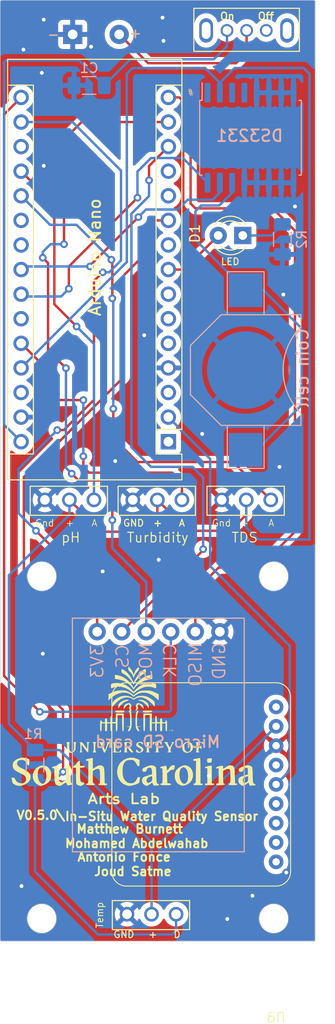
<source format=kicad_pcb>
(kicad_pcb (version 20240108) (generator "pcbnew") (generator_version "8.0")
  (layers (0 "F.Cu" signal) (31 "B.Cu" signal) (34 "B.Paste" user) (35 "F.Paste" user) (36 "B.SilkS" user "B.Silkscreen") (37 "F.SilkS" user "F.Silkscreen") (38 "B.Mask" user) (39 "F.Mask" user) (44 "Edge.Cuts" user))
  (net 0 "")
  (net 4 "Net-(A1-D13)")
  (net 5 "Net-(A1-D7)")
  (net 6 "GND")
  (net 7 "Net-(A1-A1)")
  (net 8 "Net-(A1-A5)")
  (net 9 "Net-(A1-A7)")
  (net 11 "Net-(A1-D12)")
  (net 12 "Net-(A1-3V3)")
  (net 14 "Net-(A1-+5V)")
  (net 15 "Net-(A1-D11)")
  (net 17 "Net-(A1-D10)")
  (net 21 "Net-(A1-D5)")
  (net 24 "Net-(A1-VIN)")
  (net 27 "Net-(A1-A0)")
  (net 28 "Net-(A1-A4)")
  (net 29 "Net-(BT1-+)")
  (net 30 "Net-(D1-K)")
  (net 31 "Net-(U1-Power)")
  (net 36 "Net-(A1-D0{slash}RX)")
  (footprint "WATER_SENSOR:grounded_switch" (layer "F.Cu") (at 122.7 35.2 180)
    (property "Reference" "U3" (hide yes))
    (property "Value" "switch" (hide yes))
    (fp_text user "Off" (at -2 6.55 0) (layer "F.SilkS") (effects (font (size 0.75 0.75))))
    (fp_text user "On" (at 2 6.55 0) (layer "F.SilkS") (effects (font (size 0.75 0.75))))
    (pad "1" thru_hole circle (at -2.032 5.08 180) (size 1.324 1.324) (drill 0.914) (layers "*.Cu" "*.Mask"))
    (pad "2" thru_hole circle (at 0 5.08 180) (size 1.324 1.324) (drill 0.914) (layers "*.Cu" "*.Mask") (net 31 "Net-(U1-Power)"))
    (pad "3" thru_hole circle (at 2.032 5.08 180) (size 1.324 1.324) (drill 0.914) (layers "*.Cu" "*.Mask") (net 24 "Net-(A1-VIN)"))
    (pad "4" thru_hole oval (at -4.191 5.08 270) (size 2.524 1.424) (drill oval 1.76 0.914) (layers "*.Cu" "*.Mask"))
    (pad "5" thru_hole oval (at 4.191 5.08 270) (size 2.524 1.424) (drill oval 1.76 0.914) (layers "*.Cu" "*.Mask"))
  )
  (footprint "Module:Arduino_Nano" (layer "F.Cu") (at 114.6 72.6 180)
    (property "Reference" "A1" (hide yes))
    (property "Value" "Arduino_Nano_v3.x" (hide yes))
    (pad "1" thru_hole rect (at 0 0 180) (size 1.6 1.6) (drill 1) (layers "*.Cu" "*.Mask"))
    (pad "2" thru_hole oval (at 0 2.54 180) (size 1.6 1.6) (drill 1) (layers "*.Cu" "*.Mask") (net 36 "Net-(A1-D0{slash}RX)"))
    (pad "3" thru_hole oval (at 0 5.08 180) (size 1.6 1.6) (drill 1) (layers "*.Cu" "*.Mask"))
    (pad "4" thru_hole oval (at 0 7.62 180) (size 1.6 1.6) (drill 1) (layers "*.Cu" "*.Mask") (net 6 "GND"))
    (pad "5" thru_hole oval (at 0 10.16 180) (size 1.6 1.6) (drill 1) (layers "*.Cu" "*.Mask"))
    (pad "6" thru_hole oval (at 0 12.7 180) (size 1.6 1.6) (drill 1) (layers "*.Cu" "*.Mask"))
    (pad "7" thru_hole oval (at 0 15.24 180) (size 1.6 1.6) (drill 1) (layers "*.Cu" "*.Mask"))
    (pad "8" thru_hole oval (at 0 17.78 180) (size 1.6 1.6) (drill 1) (layers "*.Cu" "*.Mask") (net 21 "Net-(A1-D5)"))
    (pad "9" thru_hole oval (at 0 20.32 180) (size 1.6 1.6) (drill 1) (layers "*.Cu" "*.Mask"))
    (pad "10" thru_hole oval (at 0 22.86 180) (size 1.6 1.6) (drill 1) (layers "*.Cu" "*.Mask") (net 5 "Net-(A1-D7)"))
    (pad "11" thru_hole oval (at 0 25.4 180) (size 1.6 1.6) (drill 1) (layers "*.Cu" "*.Mask"))
    (pad "12" thru_hole oval (at 0 27.94 180) (size 1.6 1.6) (drill 1) (layers "*.Cu" "*.Mask"))
    (pad "13" thru_hole oval (at 0 30.48 180) (size 1.6 1.6) (drill 1) (layers "*.Cu" "*.Mask") (net 17 "Net-(A1-D10)"))
    (pad "14" thru_hole oval (at 0 33.02 180) (size 1.6 1.6) (drill 1) (layers "*.Cu" "*.Mask") (net 15 "Net-(A1-D11)"))
    (pad "15" thru_hole oval (at 0 35.56 180) (size 1.6 1.6) (drill 1) (layers "*.Cu" "*.Mask") (net 11 "Net-(A1-D12)"))
    (pad "16" thru_hole oval (at 15.24 35.56 180) (size 1.6 1.6) (drill 1) (layers "*.Cu" "*.Mask") (net 4 "Net-(A1-D13)"))
    (pad "17" thru_hole oval (at 15.24 33.02 180) (size 1.6 1.6) (drill 1) (layers "*.Cu" "*.Mask") (net 12 "Net-(A1-3V3)"))
    (pad "18" thru_hole oval (at 15.24 30.48 180) (size 1.6 1.6) (drill 1) (layers "*.Cu" "*.Mask"))
    (pad "19" thru_hole oval (at 15.24 27.94 180) (size 1.6 1.6) (drill 1) (layers "*.Cu" "*.Mask") (net 27 "Net-(A1-A0)"))
    (pad "20" thru_hole oval (at 15.24 25.4 180) (size 1.6 1.6) (drill 1) (layers "*.Cu" "*.Mask") (net 7 "Net-(A1-A1)"))
    (pad "21" thru_hole oval (at 15.24 22.86 180) (size 1.6 1.6) (drill 1) (layers "*.Cu" "*.Mask"))
    (pad "22" thru_hole oval (at 15.24 20.32 180) (size 1.6 1.6) (drill 1) (layers "*.Cu" "*.Mask"))
    (pad "23" thru_hole oval (at 15.24 17.78 180) (size 1.6 1.6) (drill 1) (layers "*.Cu" "*.Mask") (net 28 "Net-(A1-A4)"))
    (pad "24" thru_hole oval (at 15.24 15.24 180) (size 1.6 1.6) (drill 1) (layers "*.Cu" "*.Mask") (net 8 "Net-(A1-A5)"))
    (pad "25" thru_hole oval (at 15.24 12.7 180) (size 1.6 1.6) (drill 1) (layers "*.Cu" "*.Mask"))
    (pad "26" thru_hole oval (at 15.24 10.16 180) (size 1.6 1.6) (drill 1) (layers "*.Cu" "*.Mask") (net 9 "Net-(A1-A7)"))
    (pad "27" thru_hole oval (at 15.24 7.62 180) (size 1.6 1.6) (drill 1) (layers "*.Cu" "*.Mask") (net 14 "Net-(A1-+5V)"))
    (pad "28" thru_hole oval (at 15.24 5.08 180) (size 1.6 1.6) (drill 1) (layers "*.Cu" "*.Mask"))
    (pad "29" thru_hole oval (at 15.24 2.54 180) (size 1.6 1.6) (drill 1) (layers "*.Cu" "*.Mask") (net 6 "GND"))
    (pad "30" thru_hole oval (at 15.24 0 180) (size 1.6 1.6) (drill 1) (layers "*.Cu" "*.Mask") (net 24 "Net-(A1-VIN)"))
  )
  (footprint "WATER_SENSOR:Turbidity" (layer "F.Cu") (at 122.4 74.2)
    (property "Reference" "U7" (hide yes))
    (property "Value" "Sensor" (hide yes))
    (pad "1" thru_hole circle (at -11.48 4.41) (size 1.524 1.524) (drill 1) (layers "*.Cu" "*.Mask") (net 6 "GND"))
    (pad "2" thru_hole circle (at -8.94 4.41) (size 1.524 1.524) (drill 1) (layers "*.Cu" "*.Mask") (net 14 "Net-(A1-+5V)"))
    (pad "3" thru_hole circle (at -6.4 4.41) (size 1.524 1.524) (drill 1) (layers "*.Cu" "*.Mask") (net 9 "Net-(A1-A7)"))
  )
  (footprint "WATER_SENSOR:phraails" (layer "F.Cu") (at 113.3 74.2)
    (property "Reference" "U4" (hide yes))
    (property "Value" "pH" (at -8.8 8.3 0) (layer "F.SilkS") (effects (font (thickness 0.12))))
    (fp_text user "Gnd" (at -11.5 6.8 0) (layer "F.SilkS") (effects (font (size 0.7 0.7) (thickness 0.09))))
    (fp_text user "+" (at -8.9 6.8 0) (layer "F.SilkS") (effects (font (size 0.7 0.7) (thickness 0.08))))
    (fp_text user "A" (at -6.35 6.8 0) (layer "F.SilkS") (effects (font (size 0.7 0.7) (thickness 0.075))))
    (pad "1" thru_hole circle (at -11.48 4.41) (size 1.524 1.524) (drill 1) (layers "*.Cu" "*.Mask") (net 6 "GND"))
    (pad "2" thru_hole circle (at -8.94 4.41) (size 1.524 1.524) (drill 1) (layers "*.Cu" "*.Mask") (net 14 "Net-(A1-+5V)"))
    (pad "3" thru_hole circle (at -6.4 4.41) (size 1.524 1.524) (drill 1) (layers "*.Cu" "*.Mask") (net 27 "Net-(A1-A0)"))
  )
  (footprint "WATER_SENSOR:TDS" (layer "F.Cu") (at 131.6 74.2)
    (property "Reference" "U5" (hide yes))
    (property "Value" "Sensor" (hide yes))
    (fp_text user "Gnd" (at -11.5 6.8 0) (layer "F.SilkS") (effects (font (size 0.7 0.7) (thickness 0.09))))
    (fp_text user "+" (at -9.1 6.8 0) (layer "F.SilkS") (effects (font (size 0.7 0.7) (thickness 0.08))))
    (fp_text user "A" (at -6.35 6.8 0) (layer "F.SilkS") (effects (font (size 0.7 0.7) (thickness 0.08))))
    (pad "1" thru_hole circle (at -11.48 4.41) (size 1.524 1.524) (drill 1) (layers "*.Cu" "*.Mask") (net 6 "GND"))
    (pad "2" thru_hole circle (at -8.94 4.41) (size 1.524 1.524) (drill 1) (layers "*.Cu" "*.Mask") (net 14 "Net-(A1-+5V)"))
    (pad "3" thru_hole circle (at -6.4 4.41) (size 1.524 1.524) (drill 1) (layers "*.Cu" "*.Mask") (net 7 "Net-(A1-A1)"))
  )
  (footprint "WATER_SENSOR:Temp." (layer "F.Cu") (at 121.8 117)
    (property "Reference" "U8" (hide yes))
    (property "Value" "Temp" (at -14.3 4.5 -90) (layer "F.SilkS") (effects (font (size 0.7 0.7) (thickness 0.1))))
    (pad "1" thru_hole circle (at -11.48 4.41) (size 1.524 1.524) (drill 1) (layers "*.Cu" "*.Mask") (net 6 "GND"))
    (pad "2" thru_hole circle (at -8.94 4.41) (size 1.524 1.524) (drill 1) (layers "*.Cu" "*.Mask") (net 14 "Net-(A1-+5V)"))
    (pad "3" thru_hole circle (at -6.4 4.41) (size 1.524 1.524) (drill 1) (layers "*.Cu" "*.Mask") (net 5 "Net-(A1-D7)"))
  )
  (footprint "LED_THT:LED_D3.0mm" (layer "F.Cu") (at 122.3 51.3 180)
    (property "Reference" "D1" (at 4.95 0.2 -90) (layer "F.SilkS"))
    (property "Value" "LED")
    (pad "1" thru_hole rect (at 0 0 180) (size 1.8 1.8) (drill 0.9) (layers "*.Cu" "*.Mask") (net 30 "Net-(D1-K)"))
    (pad "2" thru_hole circle (at 2.54 0 180) (size 1.8 1.8) (drill 0.9) (layers "*.Cu" "*.Mask") (net 21 "Net-(A1-D5)"))
  )
  (footprint "WATER_SENSOR:uofsc_logo_1in" (layer "F.Cu") (at 111 102)
    (property "Reference" "G***" (hide yes))
    (property "Value" "LOGO" (hide yes))
  )
  (footprint "GPS Module:GPS Module" (layer "F.Cu") (at 125.75 116 180)
    (property "Reference" "U9" (at 0 -16 180) (layer "F.SilkS") (effects (font (thickness 0.1))))
    (property "Value" "~")
    (pad "1" thru_hole circle (at 0 0 180) (size 1.524 1.524) (drill 0.762) (layers "*.Cu" "*.Mask"))
    (pad "2" thru_hole circle (at 0 2 180) (size 1.524 1.524) (drill 0.762) (layers "*.Cu" "B.Mask"))
    (pad "3" thru_hole circle (at 0 4 180) (size 1.524 1.524) (drill 0.762) (layers "*.Cu" "*.Mask"))
    (pad "4" thru_hole circle (at 0 6 180) (size 1.524 1.524) (drill 0.762) (layers "*.Cu" "*.Mask"))
    (pad "5" thru_hole circle (at 0 8 180) (size 1.524 1.524) (drill 0.762) (layers "*.Cu" "*.Mask") (net 36 "Net-(A1-D0{slash}RX)"))
    (pad "6" thru_hole circle (at 0 10 180) (size 1.524 1.524) (drill 0.762) (layers "*.Cu" "*.Mask"))
    (pad "7" thru_hole circle (at 0 12 180) (size 1.524 1.524) (drill 0.762) (layers "*.Cu" "*.Mask") (net 6 "GND"))
    (pad "8" thru_hole circle (at 0 14 180) (size 1.524 1.524) (drill 0.762) (layers "*.Cu" "*.Mask") (net 14 "Net-(A1-+5V)"))
    (pad "9" thru_hole circle (at 0 16 180) (size 1.524 1.524) (drill 0.762) (layers "*.Cu" "*.Mask"))
  )
  (footprint "Capacitor_SMD:C_1206_3216Metric_Pad1.33x1.80mm_HandSolder" (layer "B.Cu") (at 106.4 35.8 180)
    (property "Reference" "C1" (at 0 1.8 180) (layer "B.SilkS") (effects (justify mirror)))
    (property "Value" "C" (hide yes))
    (pad "1" smd roundrect (at -1.5625 0 180) (size 1.325 1.8) (layers "B.Cu" "B.Paste" "B.Mask") (roundrect_rratio 0.188679) (net 24 "Net-(A1-VIN)"))
    (pad "2" smd roundrect (at 1.5625 0 180) (size 1.325 1.8) (layers "B.Cu" "B.Paste" "B.Mask") (roundrect_rratio 0.188679) (net 6 "GND"))
  )
  (footprint "Resistor_SMD:R_1206_3216Metric_Pad1.30x1.75mm_HandSolder" (layer "B.Cu") (at 126.4 51.7 -90)
    (property "Reference" "R2" (at 0 -2 90) (layer "B.SilkS") (effects (justify mirror)))
    (property "Value" "R" (hide yes))
    (pad "1" smd roundrect (at -1.55 0 270) (size 1.3 1.75) (layers "B.Cu" "B.Paste" "B.Mask") (roundrect_rratio 0.192308) (net 30 "Net-(D1-K)"))
    (pad "2" smd roundrect (at 1.55 0 270) (size 1.3 1.75) (layers "B.Cu" "B.Paste" "B.Mask") (roundrect_rratio 0.192308) (net 6 "GND"))
  )
  (footprint "Package_SO:SOIC-16W_7.5x10.3mm_P1.27mm" (layer "B.Cu") (at 123.1 41.2 -90)
    (property "Reference" "U6" (hide yes))
    (property "Value" "DS3231M")
    (pad "1" smd roundrect (at -4.65 4.445 270) (size 2.05 0.6) (layers "B.Cu" "B.Paste" "B.Mask"))
    (pad "2" smd roundrect (at -4.65 3.175 270) (size 2.05 0.6) (layers "B.Cu" "B.Paste" "B.Mask") (net 14 "Net-(A1-+5V)"))
    (pad "3" smd roundrect (at -4.65 1.905 270) (size 2.05 0.6) (layers "B.Cu" "B.Paste" "B.Mask"))
    (pad "4" smd roundrect (at -4.65 0.635 270) (size 2.05 0.6) (layers "B.Cu" "B.Paste" "B.Mask"))
    (pad "5" smd roundrect (at -4.65 -0.635 270) (size 2.05 0.6) (layers "B.Cu" "B.Paste" "B.Mask") (net 6 "GND"))
    (pad "6" smd roundrect (at -4.65 -1.905 270) (size 2.05 0.6) (layers "B.Cu" "B.Paste" "B.Mask") (net 6 "GND"))
    (pad "7" smd roundrect (at -4.65 -3.175 270) (size 2.05 0.6) (layers "B.Cu" "B.Paste" "B.Mask") (net 6 "GND"))
    (pad "8" smd roundrect (at -4.65 -4.445 270) (size 2.05 0.6) (layers "B.Cu" "B.Paste" "B.Mask") (net 6 "GND"))
    (pad "9" smd roundrect (at 4.65 -4.445 270) (size 2.05 0.6) (layers "B.Cu" "B.Paste" "B.Mask") (net 6 "GND"))
    (pad "10" smd roundrect (at 4.65 -3.175 270) (size 2.05 0.6) (layers "B.Cu" "B.Paste" "B.Mask") (net 6 "GND"))
    (pad "11" smd roundrect (at 4.65 -1.905 270) (size 2.05 0.6) (layers "B.Cu" "B.Paste" "B.Mask") (net 6 "GND"))
    (pad "12" smd roundrect (at 4.65 -0.635 270) (size 2.05 0.6) (layers "B.Cu" "B.Paste" "B.Mask") (net 6 "GND"))
    (pad "13" smd roundrect (at 4.65 0.635 270) (size 2.05 0.6) (layers "B.Cu" "B.Paste" "B.Mask") (net 6 "GND"))
    (pad "14" smd roundrect (at 4.65 1.905 270) (size 2.05 0.6) (layers "B.Cu" "B.Paste" "B.Mask") (net 29 "Net-(BT1-+)"))
    (pad "15" smd roundrect (at 4.65 3.175 270) (size 2.05 0.6) (layers "B.Cu" "B.Paste" "B.Mask") (net 28 "Net-(A1-A4)"))
    (pad "16" smd roundrect (at 4.65 4.445 270) (size 2.05 0.6) (layers "B.Cu" "B.Paste" "B.Mask") (net 8 "Net-(A1-A5)"))
  )
  (footprint "WATER_SENSOR:battery_holder_10mm" (layer "B.Cu") (at 122.6 65.2 90)
    (property "Reference" "BT1" (hide yes))
    (property "Value" "Battery_Cell" (hide yes))
    (pad "1" smd rect (at -8.255 0 180) (size 3.5 3.5) (layers "B.Cu" "B.Mask") (net 29 "Net-(BT1-+)"))
    (pad "1" smd rect (at 8.255 0 180) (size 3.5 3.5) (layers "B.Cu" "B.Mask") (net 29 "Net-(BT1-+)"))
    (pad "2" smd circle (at 0 0 180) (size 8 8) (layers "B.Cu" "B.Mask") (net 6 "GND"))
  )
  (footprint "WATER_SENSOR:SD" (layer "B.Cu") (at 103.4 104.8 90)
    (property "Reference" "U2" (hide yes))
    (property "Value" "SD" (hide yes))
    (fp_text user "CS" (at 10.02 6.45 -90) (layer "B.SilkS") (effects (font (size 1.27 1.27)) (justify mirror)))
    (fp_text user "GND" (at 9.56 16.45 -90) (layer "B.SilkS") (effects (font (size 1.27 1.27)) (justify mirror)))
    (fp_text user "CLK" (at 9.59 11.38 -90) (layer "B.SilkS") (effects (font (size 1.27 1.27)) (justify mirror)))
    (fp_text user "3V3" (at 9.51 3.83 -90) (layer "B.SilkS") (effects (font (size 1.27 1.27)) (justify mirror)))
    (fp_text user "MISO" (at 9.19 14 -90) (layer "B.SilkS") (effects (font (size 1.27 1.27)) (justify mirror)))
    (fp_text user "MOSI" (at 9.19 8.87 -90) (layer "B.SilkS") (effects (font (size 1.27 1.27)) (justify mirror)))
    (pad "1" thru_hole circle (at 12.57 3.83 270) (size 1.8 1.8) (drill 1) (layers "*.Cu" "*.Mask") (net 12 "Net-(A1-3V3)"))
    (pad "2" thru_hole circle (at 12.57 6.37 270) (size 1.8 1.8) (drill 1) (layers "*.Cu" "*.Mask") (net 17 "Net-(A1-D10)"))
    (pad "3" thru_hole circle (at 12.57 8.91 270) (size 1.8 1.8) (drill 1) (layers "*.Cu" "*.Mask") (net 15 "Net-(A1-D11)"))
    (pad "4" thru_hole circle (at 12.57 11.45 270) (size 1.8 1.8) (drill 1) (layers "*.Cu" "*.Mask") (net 4 "Net-(A1-D13)"))
    (pad "5" thru_hole circle (at 12.57 13.99 270) (size 1.8 1.8) (drill 1) (layers "*.Cu" "*.Mask") (net 11 "Net-(A1-D12)"))
    (pad "6" thru_hole circle (at 12.57 16.53 270) (size 1.8 1.8) (drill 1) (layers "*.Cu" "*.Mask") (net 6 "GND"))
  )
  (footprint "Resistor_SMD:R_1206_3216Metric_Pad1.30x1.75mm_HandSolder" (layer "B.Cu") (at 100.8 106 90)
    (property "Reference" "R1" (at 3.2 -0.2 180) (layer "B.SilkS") (effects (justify mirror)))
    (property "Value" "R" (hide yes))
    (pad "1" smd roundrect (at -1.55 0 90) (size 1.3 1.75) (layers "B.Cu" "B.Paste" "B.Mask") (roundrect_rratio 0.192308) (net 5 "Net-(A1-D7)"))
    (pad "2" smd roundrect (at 1.55 0 90) (size 1.3 1.75) (layers "B.Cu" "B.Paste" "B.Mask") (roundrect_rratio 0.192308) (net 14 "Net-(A1-+5V)"))
  )
  (footprint "WATER_SENSOR:Battery_Input" (layer "B.Cu") (at 105.7 31.8)
    (property "Reference" "U1" (hide yes))
    (property "Value" "water_Battery" (hide yes))
    (fp_text user "-" (at -3 -1.27 0) (layer "B.SilkS") (effects (justify mirror)))
    (fp_text user "+" (at 5.5 -1.4 0) (layer "B.SilkS") (effects (justify mirror)))
    (pad "1" thru_hole circle (at 3.81 -1.27) (size 2 2) (drill 1) (layers "*.Cu" "*.Mask") (net 31 "Net-(U1-Power)"))
    (pad "2" thru_hole rect (at -1 -1.27) (size 2 2) (drill 1) (layers "*.Cu" "*.Mask") (net 6 "GND"))
  )
  (gr_line (start 97.2 124.2) (end 129.8 124.2) (stroke (width 0.05)) (layer "Edge.Cuts"))
  (gr_circle (center 101.5 86.5) (end 101.5 85) (stroke (width 0.05)) (fill none) (layer "Edge.Cuts"))
  (gr_circle (center 101.5 121.85) (end 101.5 120.35) (stroke (width 0.05)) (fill none) (layer "Edge.Cuts"))
  (gr_circle (center 125.5 121.85) (end 125.5 123.35) (stroke (width 0.05)) (fill none) (layer "Edge.Cuts"))
  (gr_line (start 97.2 29.8) (end 97.2 124.2) (stroke (width 0.05)) (layer "Edge.Cuts"))
  (gr_line (start 129.8 29.8) (end 129.8 124.2) (stroke (width 0.05)) (layer "Edge.Cuts"))
  (gr_circle (center 125.5 86.5) (end 125.5 85) (stroke (width 0.05)) (fill none) (layer "Edge.Cuts"))
  (gr_line (start 97.2 27) (end 97.2 29.8) (stroke (width 0.05)) (layer "Edge.Cuts"))
  (gr_line (start 129.8 27) (end 97.2 27) (stroke (width 0.05)) (layer "Edge.Cuts"))
  (gr_line (start 129.8 29.8) (end 129.8 27) (stroke (width 0.05)) (layer "Edge.Cuts"))
  (gr_text "Coin cell" (at 128.5 65 90) (layer "B.SilkS") (effects (font (size 1.2 1.2) (thickness 0.2) (bold yes)) (justify mirror)))
  (gr_text "DS3231" (at 123 41 -0) (layer "B.SilkS") (effects (font (size 1.2 1.2) (thickness 0.2) (bold yes)) (justify mirror)))
  (gr_text "Micro SD card" (at 113.5 103.6 -0) (layer "B.SilkS") (effects (font (size 1.2 1.2) (thickness 0.2) (bold yes)) (justify mirror)))
  (gr_text "#" (at 116.9 36.5 180) (layer "B.SilkS") (effects (font (size 0.5 0.5) (thickness 0.1)) (justify mirror)))
  (gr_text "GND" (at 110 123.5 0) (layer "F.SilkS") (effects (font (size 0.7 0.7) (thickness 0.12))))
  (gr_text "GND" (at 111 81 0) (layer "F.SilkS") (effects (font (size 0.7 0.7) (thickness 0.12))))
  (gr_text "TDS" (at 122.5 82.5 0) (layer "F.SilkS") (effects (font (size 1 1) (thickness 0.12))))
  (gr_text "A" (at 116 81 0) (layer "F.SilkS") (effects (font (size 0.7 0.7) (thickness 0.12))))
  (gr_text "Joud Satme" (at 110.924878 116.99123 0) (layer "F.SilkS") (effects (font (size 0.9 0.9) (thickness 0.2))))
  (gr_text "Arduino Nano" (at 106.99 53.55 90) (layer "F.SilkS") (effects (font (size 1.2 1.2) (thickness 0.2) (bold yes))))
  (gr_text "Turbidity" (at 113.5 82.5 0) (layer "F.SilkS") (effects (font (size 1 1) (thickness 0.12))))
  (gr_text "LED" (at 121 54 0) (layer "F.SilkS") (effects (font (size 0.7 0.7) (thickness 0.12))))
  (gr_text "Matthew Burnett" (at 110.6 112.6 0) (layer "F.SilkS") (effects (font (size 0.9 0.9) (thickness 0.2))))
  (gr_text "In-Situ Water Quality Sensor" (at 113.9 111.3 0) (layer "F.SilkS") (effects (font (size 0.9 0.9) (thickness 0.2))))
  (gr_text "V0.5.0\\" (at 101.321423 111.184747 0) (layer "F.SilkS") (effects (font (size 0.9 0.9) (thickness 0.2))))
  (gr_text "Antonio Fonce" (at 110.024878 115.49123 0) (layer "F.SilkS") (effects (font (size 0.9 0.9) (thickness 0.2))))
  (gr_text "+" (at 113 123.5 0) (layer "F.SilkS") (effects (font (size 0.7 0.7) (thickness 0.12))))
  (gr_text "Mohamed Abdelwahab" (at 111.324878 114.09123 0) (layer "F.SilkS") (effects (font (size 0.9 0.9) (thickness 0.2))))
  (gr_text "D" (at 115.5 123.5 0) (layer "F.SilkS") (effects (font (size 0.7 0.7) (thickness 0.12))))
  (gr_text "+" (at 113.5 81 0) (layer "F.SilkS") (effects (font (size 0.7 0.7) (thickness 0.14) (bold yes))))
  (gr_text "Arts Lab" (at 110 109.5 0) (layer "F.SilkS") (effects (font (size 1 1.2) (thickness 0.2))))
  (segment (start 99.36 37.04) (end 97.6 38.8) (width 0.25) (layer "F.Cu") (net 4))
  (segment (start 97.6 38.8) (end 97.6 96.8) (width 0.25) (layer "F.Cu") (net 4))
  (segment (start 97.6 96.8) (end 98.234999 97.434999) (width 0.25) (layer "F.Cu") (net 4))
  (segment (start 98.234999 97.434999) (end 101.3 100.5) (width 0.25) (layer "F.Cu") (net 4))
  (via (at 101.3 100.5) (size 0.8) (drill 0.4) (layers "F.Cu" "B.Cu") (net 4))
  (segment (start 114.7 100.5) (end 114.85 100.35) (width 0.25) (layer "B.Cu") (net 4))
  (segment (start 101.3 100.5) (end 114.7 100.5) (width 0.25) (layer "B.Cu") (net 4))
  (segment (start 114.85 100.35) (end 114.85 92.23) (width 0.25) (layer "B.Cu") (net 4))
  (segment (start 103.7 106.7) (end 103.7 100.3) (width 0.25) (layer "F.Cu") (net 5))
  (segment (start 110 55.4) (end 111.8 53.6) (width 0.25) (layer "F.Cu") (net 5))
  (segment (start 112.76 49.74) (end 114.6 49.74) (width 0.25) (layer "F.Cu") (net 5))
  (segment (start 110 65.9) (end 110 55.4) (width 0.25) (layer "F.Cu") (net 5))
  (segment (start 99.644263 96.244263) (end 99.644263 76.255737) (width 0.25) (layer "F.Cu") (net 5))
  (segment (start 103.7 100.3) (end 99.644263 96.244263) (width 0.25) (layer "F.Cu") (net 5))
  (segment (start 111.8 53.6) (end 111.8 50.7) (width 0.25) (layer "F.Cu") (net 5))
  (segment (start 99.644263 76.255737) (end 110 65.9) (width 0.25) (layer "F.Cu") (net 5))
  (segment (start 111.8 50.7) (end 112.76 49.74) (width 0.25) (layer "F.Cu") (net 5))
  (via (at 103.7 106.7) (size 0.8) (drill 0.4) (layers "F.Cu" "B.Cu") (net 5))
  (segment (start 115.4 123.1) (end 115 123.5) (width 0.25) (layer "B.Cu") (net 5))
  (segment (start 102.85 107.55) (end 103.7 106.7) (width 0.25) (layer "B.Cu") (net 5))
  (segment (start 115 123.5) (end 107.3 123.5) (width 0.25) (layer "B.Cu") (net 5))
  (segment (start 100.8 117) (end 100.8 107.55) (width 0.25) (layer "B.Cu") (net 5))
  (segment (start 107.3 123.5) (end 100.8 117) (width 0.25) (layer "B.Cu") (net 5))
  (segment (start 100.8 107.55) (end 102.85 107.55) (width 0.25) (layer "B.Cu") (net 5))
  (segment (start 115.4 121.41) (end 115.4 123.1) (width 0.25) (layer "B.Cu") (net 5))
  (via (at 101.5 34.5) (size 0.8) (drill 0.4) (layers "F.Cu" "B.Cu") (net 6))
  (via (at 106.6 31.8) (size 0.8) (drill 0.4) (layers "F.Cu" "B.Cu") (net 6))
  (via (at 114 28.8) (size 0.8) (drill 0.4) (layers "F.Cu" "B.Cu") (net 6))
  (via (at 126.5 57.4) (size 0.8) (drill 0.4) (layers "F.Cu" "B.Cu") (net 6))
  (via (at 120.7 121.9) (size 0.8) (drill 0.4) (layers "F.Cu" "B.Cu") (net 6))
  (via (at 101.7 29) (size 0.8) (drill 0.4) (layers "F.Cu" "B.Cu") (net 6))
  (via (at 123.3 119.5) (size 0.8) (drill 0.4) (layers "F.Cu" "B.Cu") (net 6))
  (via (at 107.8 86) (size 0.8) (drill 0.4) (layers "F.Cu" "B.Cu") (net 6))
  (via (at 118.8 107.1) (size 0.8) (drill 0.4) (layers "F.Cu" "B.Cu") (net 6))
  (via (at 113.6 84.8) (size 0.8) (drill 0.4) (layers "F.Cu" "B.Cu") (net 6))
  (via (at 114.1 31.2) (size 0.8) (drill 0.4) (layers "F.Cu" "B.Cu") (net 6))
  (via (at 99.6 32.1) (size 0.8) (drill 0.4) (layers "F.Cu" "B.Cu") (net 6))
  (via (at 112.1 61.6) (size 0.8) (drill 0.4) (layers "F.Cu" "B.Cu") (net 6))
  (via (at 127.7 48.3) (size 0.8) (drill 0.4) (layers "F.Cu" "B.Cu") (net 6))
  (via (at 126.8 117.1) (size 0.8) (drill 0.4) (layers "F.Cu" "B.Cu") (net 6))
  (via (at 101.6 94.5) (size 0.8) (drill 0.4) (layers "F.Cu" "B.Cu") (net 6))
  (via (at 109.1 74.6) (size 0.8) (drill 0.4) (layers "F.Cu" "B.Cu") (net 6))
  (via (at 118.1 71.8) (size 0.8) (drill 0.4) (layers "F.Cu" "B.Cu") (net 6))
  (via (at 101.7 44.1) (size 0.8) (drill 0.4) (layers "F.Cu" "B.Cu") (net 6))
  (via (at 99.4 118.5) (size 0.8) (drill 0.4) (layers "F.Cu" "B.Cu") (net 6))
  (via (at 126.1 75.2) (size 0.8) (drill 0.4) (layers "F.Cu" "B.Cu") (net 6))
  (segment (start 121.29 74.7) (end 111.4 74.7) (width 0.25) (layer "F.Cu") (net 7))
  (segment (start 125.2 78.61) (end 121.29 74.7) (width 0.25) (layer "F.Cu") (net 7))
  (segment (start 108.9 72.2) (end 108.9 69.2) (width 0.25) (layer "F.Cu") (net 7))
  (segment (start 108.8 53.9) (end 108.7 53.8) (width 0.25) (layer "F.Cu") (net 7))
  (segment (start 108.8 57.8) (end 108.8 53.9) (width 0.25) (layer "F.Cu") (net 7))
  (segment (start 111.4 74.7) (end 108.9 72.2) (width 0.25) (layer "F.Cu") (net 7))
  (via (at 108.7 53.8) (size 0.8) (drill 0.4) (layers "F.Cu" "B.Cu") (net 7))
  (via (at 108.8 57.8) (size 0.8) (drill 0.4) (layers "F.Cu" "B.Cu") (net 7))
  (via (at 108.9 69.2) (size 0.8) (drill 0.4) (layers "F.Cu" "B.Cu") (net 7))
  (segment (start 108.9 57.9) (end 108.8 57.8) (width 0.25) (layer "B.Cu") (net 7))
  (segment (start 99.36 47.2) (end 102.36 50.2) (width 0.25) (layer "B.Cu") (net 7))
  (segment (start 108.9 69.2) (end 108.9 57.9) (width 0.25) (layer "B.Cu") (net 7))
  (segment (start 105.1 50.2) (end 108.7 53.8) (width 0.25) (layer "B.Cu") (net 7))
  (segment (start 102.36 50.2) (end 105.1 50.2) (width 0.25) (layer "B.Cu") (net 7))
  (segment (start 111.4 47.4) (end 104.3 54.5) (width 0.25) (layer "F.Cu") (net 8))
  (segment (start 104.3 54.5) (end 104.3 56.8) (width 0.25) (layer "F.Cu") (net 8))
  (via (at 111.4 47.4) (size 0.8) (drill 0.4) (layers "F.Cu" "B.Cu") (net 8))
  (via (at 104.3 56.8) (size 0.8) (drill 0.4) (layers "F.Cu" "B.Cu") (net 8))
  (segment (start 112.8 43.3) (end 116.105 43.3) (width 0.25) (layer "B.Cu") (net 8))
  (segment (start 104.3 56.8) (end 103.5 57.6) (width 0.25) (layer "B.Cu") (net 8))
  (segment (start 111.4 44.7) (end 112.8 43.3) (width 0.25) (layer "B.Cu") (net 8))
  (segment (start 111.4 47.4) (end 111.4 44.7) (width 0.25) (layer "B.Cu") (net 8))
  (segment (start 116.105 43.3) (end 118.655 45.85) (width 0.25) (layer "B.Cu") (net 8))
  (segment (start 103.5 57.6) (end 99.6 57.6) (width 0.25) (layer "B.Cu") (net 8))
  (segment (start 99.6 57.6) (end 99.36 57.36) (width 0.25) (layer "B.Cu") (net 8))
  (segment (start 115 75.8) (end 116 76.8) (width 0.25) (layer "F.Cu") (net 9))
  (segment (start 106.4 75.8) (end 115 75.8) (width 0.25) (layer "F.Cu") (net 9))
  (segment (start 102.9 68.3) (end 105.8 68.3) (width 0.25) (layer "F.Cu") (net 9))
  (segment (start 105.8 74.1) (end 105.8 75.2) (width 0.25) (layer "F.Cu") (net 9))
  (segment (start 101.7 67.1) (end 102.9 68.3) (width 0.25) (layer "F.Cu") (net 9))
  (segment (start 105.8 75.2) (end 106.4 75.8) (width 0.25) (layer "F.Cu") (net 9))
  (segment (start 116 76.8) (end 116 78.61) (width 0.25) (layer "F.Cu") (net 9))
  (segment (start 99.36 62.44) (end 101.7 64.78) (width 0.25) (layer "F.Cu") (net 9))
  (segment (start 101.7 64.78) (end 101.7 67.1) (width 0.25) (layer "F.Cu") (net 9))
  (via (at 105.8 68.3) (size 0.8) (drill 0.4) (layers "F.Cu" "B.Cu") (net 9))
  (via (at 105.8 74.1) (size 0.8) (drill 0.4) (layers "F.Cu" "B.Cu") (net 9))
  (segment (start 105.8 68.3) (end 105.8 74.1) (width 0.25) (layer "B.Cu") (net 9))
  (segment (start 124 85.6) (end 119.8 85.6) (width 0.25) (layer "F.Cu") (net 11))
  (segment (start 114.6 37.04) (end 115.74 37.04) (width 0.25) (layer "F.Cu") (net 11))
  (segment (start 116.9 48) (end 117.4 48.5) (width 0.25) (layer "F.Cu") (net 11))
  (segment (start 119.8 85.6) (end 117.39 88.01) (width 0.25) (layer "F.Cu") (net 11))
  (segment (start 117.4 48.5) (end 125.4 48.5) (width 0.25) (layer "F.Cu") (net 11))
  (segment (start 116.9 38.2) (end 116.9 48) (width 0.25) (layer "F.Cu") (net 11))
  (segment (start 127.7 81.9) (end 124 85.6) (width 0.25) (layer "F.Cu") (net 11))
  (segment (start 127.7 50.8) (end 127.7 81.9) (width 0.25) (layer "F.Cu") (net 11))
  (segment (start 115.74 37.04) (end 116.9 38.2) (width 0.25) (layer "F.Cu") (net 11))
  (segment (start 117.39 88.01) (end 117.39 92.23) (width 0.25) (layer "F.Cu") (net 11))
  (segment (start 125.4 48.5) (end 127.7 50.8) (width 0.25) (layer "F.Cu") (net 11))
  (segment (start 103.773002 71.4) (end 106.9 68.273002) (width 0.25) (layer "F.Cu") (net 12))
  (segment (start 103.1 71.4) (end 103.773002 71.4) (width 0.25) (layer "F.Cu") (net 12))
  (segment (start 106.9 68.273002) (end 106.9 56) (width 0.25) (layer "F.Cu") (net 12))
  (segment (start 106.9 56) (end 107.8 55.1) (width 0.25) (layer "F.Cu") (net 12))
  (segment (start 107.23 92.23) (end 107.23 88.13) (width 0.25) (layer "F.Cu") (net 12))
  (segment (start 107.23 88.13) (end 100.9 81.8) (width 0.25) (layer "F.Cu") (net 12))
  (via (at 107.8 55.1) (size 0.8) (drill 0.4) (layers "F.Cu" "B.Cu") (net 12))
  (via (at 103.1 71.4) (size 0.8) (drill 0.4) (layers "F.Cu" "B.Cu") (net 12))
  (via (at 100.9 81.8) (size 0.8) (drill 0.4) (layers "F.Cu" "B.Cu") (net 12))
  (segment (start 109.7 44.6) (end 104.68 39.58) (width 0.25) (layer "B.Cu") (net 12))
  (segment (start 99.1 75.4) (end 103.1 71.4) (width 0.25) (layer "B.Cu") (net 12))
  (segment (start 99.1 80) (end 99.1 75.4) (width 0.25) (layer "B.Cu") (net 12))
  (segment (start 109.7 53.873002) (end 109.7 44.6) (width 0.25) (layer "B.Cu") (net 12))
  (segment (start 107.8 55.1) (end 108.473002 55.1) (width 0.25) (layer "B.Cu") (net 12))
  (segment (start 108.473002 55.1) (end 109.7 53.873002) (width 0.25) (layer "B.Cu") (net 12))
  (segment (start 104.68 39.58) (end 99.36 39.58) (width 0.25) (layer "B.Cu") (net 12))
  (segment (start 100.9 81.8) (end 99.1 80) (width 0.25) (layer "B.Cu") (net 12))
  (segment (start 113.46 78.61) (end 113.46 81.74) (width 0.25) (layer "F.Cu") (net 14))
  (segment (start 113.3 81.9) (end 107.65 81.9) (width 0.25) (layer "F.Cu") (net 14))
  (segment (start 116.65 81.8) (end 113.46 78.61) (width 0.25) (layer "F.Cu") (net 14))
  (segment (start 122.66 80.14) (end 121 81.8) (width 0.25) (layer "F.Cu") (net 14))
  (segment (start 113.46 81.74) (end 113.3 81.9) (width 0.25) (layer "F.Cu") (net 14))
  (segment (start 107.65 81.9) (end 104.36 78.61) (width 0.25) (layer "F.Cu") (net 14))
  (segment (start 122.66 78.61) (end 122.66 80.14) (width 0.25) (layer "F.Cu") (net 14))
  (segment (start 121 81.8) (end 116.65 81.8) (width 0.25) (layer "F.Cu") (net 14))
  (segment (start 125.75 102) (end 113.79 113.96) (width 0.25) (layer "B.Cu") (net 14))
  (segment (start 122.66 81.46) (end 122.66 78.61) (width 0.25) (layer "B.Cu") (net 14))
  (segment (start 129.2 82.7) (end 123.9 82.7) (width 0.25) (layer "B.Cu") (net 14))
  (segment (start 110.3 54.04) (end 110.3 34.6) (width 0.25) (layer "B.Cu") (net 14))
  (segment (start 112.86 113.96) (end 112.86 121.41) (width 0.25) (layer "B.Cu") (net 14))
  (segment (start 110.9 34) (end 118.4 34) (width 0.25) (layer "B.Cu") (net 14))
  (segment (start 118.4 34) (end 119.925 35.525) (width 0.25) (layer "B.Cu") (net 14))
  (segment (start 129.2 34.6) (end 129.2 82.7) (width 0.25) (layer "B.Cu") (net 14))
  (segment (start 121.45 34) (end 128.6 34) (width 0.25) (layer "B.Cu") (net 14))
  (segment (start 100.8 104.45) (end 103.35 104.45) (width 0.25) (layer "B.Cu") (net 14))
  (segment (start 119.925 35.525) (end 119.925 36.55) (width 0.25) (layer "B.Cu") (net 14))
  (segment (start 113.79 113.96) (end 112.86 113.96) (width 0.25) (layer "B.Cu") (net 14))
  (segment (start 103.35 104.45) (end 112.86 113.96) (width 0.25) (layer "B.Cu") (net 14))
  (segment (start 110.3 34.6) (end 110.9 34) (width 0.25) (layer "B.Cu") (net 14))
  (segment (start 123.9 82.7) (end 122.66 81.46) (width 0.25) (layer "B.Cu") (net 14))
  (segment (start 99.36 64.98) (end 110.3 54.04) (width 0.25) (layer "B.Cu") (net 14))
  (segment (start 104.36 80.14) (end 98.1 86.4) (width 0.25) (layer "B.Cu") (net 14))
  (segment (start 128.6 34) (end 129.2 34.6) (width 0.25) (layer "B.Cu") (net 14))
  (segment (start 98.1 86.4) (end 98.1 101.75) (width 0.25) (layer "B.Cu") (net 14))
  (segment (start 104.36 78.61) (end 104.36 80.14) (width 0.25) (layer "B.Cu") (net 14))
  (segment (start 98.1 101.75) (end 100.8 104.45) (width 0.25) (layer "B.Cu") (net 14))
  (segment (start 119.925 35.525) (end 121.45 34) (width 0.25) (layer "B.Cu") (net 14))
  (segment (start 101.6 53.6) (end 102.150009 54.150009) (width 0.25) (layer "F.Cu") (net 15))
  (segment (start 108.8 77.2) (end 108.8 80.7) (width 0.25) (layer "F.Cu") (net 15))
  (segment (start 108.2 76.6) (end 108.8 77.2) (width 0.25) (layer "F.Cu") (net 15))
  (segment (start 102.150009 63.150009) (end 104 65) (width 0.25) (layer "F.Cu") (net 15))
  (segment (start 103.8 41.4) (end 105.62 39.58) (width 0.25) (layer "F.Cu") (net 15))
  (segment (start 103.8 52.2) (end 103.8 41.4) (width 0.25) (layer "F.Cu") (net 15))
  (segment (start 105.3 76.6) (end 108.2 76.6) (width 0.25) (layer "F.Cu") (net 15))
  (segment (start 102.150009 54.150009) (end 102.150009 63.150009) (width 0.25) (layer "F.Cu") (net 15))
  (segment (start 105.62 39.58) (end 114.6 39.58) (width 0.25) (layer "F.Cu") (net 15))
  (segment (start 104.6 75.9) (end 105.3 76.6) (width 0.25) (layer "F.Cu") (net 15))
  (via (at 104 65) (size 0.8) (drill 0.4) (layers "F.Cu" "B.Cu") (net 15))
  (via (at 104.6 75.9) (size 0.8) (drill 0.4) (layers "F.Cu" "B.Cu") (net 15))
  (via (at 101.6 53.6) (size 0.8) (drill 0.4) (layers "F.Cu" "B.Cu") (net 15))
  (via (at 103.8 52.2) (size 0.8) (drill 0.4) (layers "F.Cu" "B.Cu") (net 15))
  (via (at 108.8 80.7) (size 0.8) (drill 0.4) (layers "F.Cu" "B.Cu") (net 15))
  (segment (start 112.31 87.11) (end 112.31 92.23) (width 0.25) (layer "B.Cu") (net 15))
  (segment (start 104 75.3) (end 104.6 75.9) (width 0.25) (layer "B.Cu") (net 15))
  (segment (start 108.8 83.6) (end 112.31 87.11) (width 0.25) (layer "B.Cu") (net 15))
  (segment (start 104 70.9) (end 104 75.3) (width 0.25) (layer "B.Cu") (net 15))
  (segment (start 104 65) (end 104 70.9) (width 0.25) (layer "B.Cu") (net 15))
  (segment (start 103.8 52.2) (end 102.4 52.2) (width 0.25) (layer "B.Cu") (net 15))
  (segment (start 101.6 53) (end 101.6 53.6) (width 0.25) (layer "B.Cu") (net 15))
  (segment (start 108.8 80.7) (end 108.8 83.6) (width 0.25) (layer "B.Cu") (net 15))
  (segment (start 102.4 52.2) (end 101.6 53) (width 0.25) (layer "B.Cu") (net 15))
  (segment (start 112.6 45.6) (end 112.6 44.12) (width 0.25) (layer "F.Cu") (net 17))
  (segment (start 118.2 83.8) (end 118.2 83.7) (width 0.25) (layer "F.Cu") (net 17))
  (segment (start 109.77 92.23) (end 118.2 83.8) (width 0.25) (layer "F.Cu") (net 17))
  (segment (start 112.6 44.12) (end 114.6 42.12) (width 0.25) (layer "F.Cu") (net 17))
  (via (at 112.6 45.6) (size 0.8) (drill 0.4) (layers "F.Cu" "B.Cu") (net 17))
  (via (at 118.2 83.7) (size 0.8) (drill 0.4) (layers "F.Cu" "B.Cu") (net 17))
  (segment (start 118.2 76.3) (end 117.1 75.2) (width 0.25) (layer "B.Cu") (net 17))
  (segment (start 118.2 83.7) (end 118.2 76.3) (width 0.25) (layer "B.Cu") (net 17))
  (segment (start 117.1 75.2) (end 112.8 75.2) (width 0.25) (layer "B.Cu") (net 17))
  (segment (start 110.774999 49.051999) (end 112.6 47.226998) (width 0.25) (layer "B.Cu") (net 17))
  (segment (start 112.8 75.2) (end 110.774999 73.174999) (width 0.25) (layer "B.Cu") (net 17))
  (segment (start 110.774999 73.174999) (end 110.774999 49.051999) (width 0.25) (layer "B.Cu") (net 17))
  (segment (start 112.6 47.226998) (end 112.6 45.6) (width 0.25) (layer "B.Cu") (net 17))
  (segment (start 116.24 54.82) (end 119.76 51.3) (width 0.25) (layer "F.Cu") (net 21))
  (segment (start 114.6 54.82) (end 116.24 54.82) (width 0.25) (layer "F.Cu") (net 21))
  (segment (start 97.6 33.4) (end 97.8 33.2) (width 0.25) (layer "B.Cu") (net 24))
  (segment (start 99.36 72.6) (end 97.6 70.84) (width 0.25) (layer "B.Cu") (net 24))
  (segment (start 120.668 30.12) (end 120.668 31.732) (width 0.25) (layer "B.Cu") (net 24))
  (segment (start 97.6 70.84) (end 97.6 33.4) (width 0.25) (layer "B.Cu") (net 24))
  (segment (start 110.6625 33.1) (end 107.9625 35.8) (width 0.25) (layer "B.Cu") (net 24))
  (segment (start 119.3 33.1) (end 110.6625 33.1) (width 0.25) (layer "B.Cu") (net 24))
  (segment (start 120.668 31.732) (end 119.3 33.1) (width 0.25) (layer "B.Cu") (net 24))
  (segment (start 97.8 33.2) (end 105.3625 33.2) (width 0.25) (layer "B.Cu") (net 24))
  (segment (start 105.3625 33.2) (end 107.9625 35.8) (width 0.25) (layer "B.Cu") (net 24))
  (segment (start 105.1 60.7) (end 102.8 58.4) (width 0.25) (layer "F.Cu") (net 27))
  (segment (start 102.8 48.1) (end 99.36 44.66) (width 0.25) (layer "F.Cu") (net 27))
  (segment (start 102.8 58.4) (end 102.8 48.1) (width 0.25) (layer "F.Cu") (net 27))
  (via (at 105.1 60.7) (size 0.8) (drill 0.4) (layers "F.Cu" "B.Cu") (net 27))
  (segment (start 106.9 62.5) (end 105.1 60.7) (width 0.25) (layer "B.Cu") (net 27))
  (segment (start 106.9 78.61) (end 106.9 62.5) (width 0.25) (layer "B.Cu") (net 27))
  (segment (start 111.5 49.4) (end 106.5 54.4) (width 0.25) (layer "F.Cu") (net 28))
  (segment (start 106.5 54.4) (end 106.5 54.5) (width 0.25) (layer "F.Cu") (net 28))
  (via (at 106.5 54.5) (size 0.8) (drill 0.4) (layers "F.Cu" "B.Cu") (net 28))
  (via (at 111.5 49.4) (size 0.8) (drill 0.4) (layers "F.Cu" "B.Cu") (net 28))
  (segment (start 99.68 54.5) (end 99.36 54.82) (width 0.25) (layer "B.Cu") (net 28))
  (segment (start 119.2 47.6) (end 116.6 47.6) (width 0.25) (layer "B.Cu") (net 28))
  (segment (start 112.285001 48.614999) (end 111.5 49.4) (width 0.25) (layer "B.Cu") (net 28))
  (segment (start 119.925 46.875) (end 119.2 47.6) (width 0.25) (layer "B.Cu") (net 28))
  (segment (start 119.925 45.85) (end 119.925 46.875) (width 0.25) (layer "B.Cu") (net 28))
  (segment (start 106.5 54.5) (end 99.68 54.5) (width 0.25) (layer "B.Cu") (net 28))
  (segment (start 115.585001 48.614999) (end 112.285001 48.614999) (width 0.25) (layer "B.Cu") (net 28))
  (segment (start 116.6 47.6) (end 115.585001 48.614999) (width 0.25) (layer "B.Cu") (net 28))
  (segment (start 122.6 73.455) (end 123.745 73.455) (width 0.25) (layer "B.Cu") (net 29))
  (segment (start 128.4 60.9) (end 124.445 56.945) (width 0.25) (layer "B.Cu") (net 29))
  (segment (start 128.4 68.8) (end 128.4 60.9) (width 0.25) (layer "B.Cu") (net 29))
  (segment (start 119.87 48.2) (end 121.195 46.875) (width 0.25) (layer "B.Cu") (net 29))
  (segment (start 124.445 56.945) (end 122.6 56.945) (width 0.25) (layer "B.Cu") (net 29))
  (segment (start 121.195 46.875) (end 121.195 45.85) (width 0.25) (layer "B.Cu") (net 29))
  (segment (start 117.4 51.745) (end 122.6 56.945) (width 0.25) (layer "B.Cu") (net 29))
  (segment (start 118 48.2) (end 119.87 48.2) (width 0.25) (layer "B.Cu") (net 29))
  (segment (start 117.4 48.8) (end 118 48.2) (width 0.25) (layer "B.Cu") (net 29))
  (segment (start 123.745 73.455) (end 128.4 68.8) (width 0.25) (layer "B.Cu") (net 29))
  (segment (start 117.4 48.8) (end 117.4 51.745) (width 0.25) (layer "B.Cu") (net 29))
  (segment (start 125.25 51.3) (end 126.4 50.15) (width 0.25) (layer "B.Cu") (net 30))
  (segment (start 122.3 51.3) (end 125.25 51.3) (width 0.25) (layer "B.Cu") (net 30))
  (segment (start 122.7 32.4) (end 122.7 30.12) (width 0.25) (layer "F.Cu") (net 31))
  (segment (start 109.2 30.2) (end 112.5 33.5) (width 0.25) (layer "F.Cu") (net 31))
  (segment (start 112.5 33.5) (end 121.6 33.5) (width 0.25) (layer "F.Cu") (net 31))
  (segment (start 121.6 33.5) (end 122.7 32.4) (width 0.25) (layer "F.Cu") (net 31))
  (segment (start 127.158103 93.683408) (end 118.925 85.450305) (width 0.25) (layer "B.Cu") (net 36))
  (segment (start 118.925 74.385) (end 114.6 70.06) (width 0.25) (layer "B.Cu") (net 36))
  (segment (start 118.925 85.450305) (end 118.925 74.385) (width 0.25) (layer "B.Cu") (net 36))
  (segment (start 127.158103 106.591897) (end 127.158103 93.683408) (width 0.25) (layer "B.Cu") (net 36))
  (segment (start 125.75 108) (end 127.158103 106.591897) (width 0.25) (layer "B.Cu") (net 36))
  (zone (net 6) (net_name "GND") (layer "F.Cu") (connect_pads (clearance 0.508)) (min_thickness 0.254) (fill yes (thermal_gap 0.508) (thermal_bridge_width 0.508))
    (polygon (pts (xy 129.8 124.2) (xy 97.2 124.2) (xy 97.2 27) (xy 129.8 27)))
  )
  (zone (net 6) (net_name "GND") (layer "B.Cu") (connect_pads (clearance 0.508)) (min_thickness 0.254) (fill yes (thermal_gap 0.508) (thermal_bridge_width 0.508))
    (polygon (pts (xy 129.8 124.2) (xy 97.2 124.2) (xy 97.2 27) (xy 129.8 27)))
  )
)
</source>
